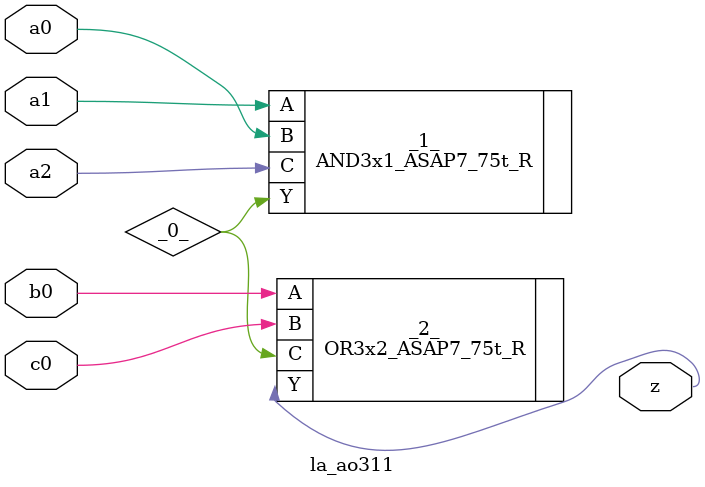
<source format=v>

/* Generated by Yosys 0.37 (git sha1 a5c7f69ed, clang 14.0.0-1ubuntu1.1 -fPIC -Os) */

module la_ao311(a0, a1, a2, b0, c0, z);
  wire _0_;
  input a0;
  wire a0;
  input a1;
  wire a1;
  input a2;
  wire a2;
  input b0;
  wire b0;
  input c0;
  wire c0;
  output z;
  wire z;
  AND3x1_ASAP7_75t_R _1_ (
    .A(a1),
    .B(a0),
    .C(a2),
    .Y(_0_)
  );
  OR3x2_ASAP7_75t_R _2_ (
    .A(b0),
    .B(c0),
    .C(_0_),
    .Y(z)
  );
endmodule

</source>
